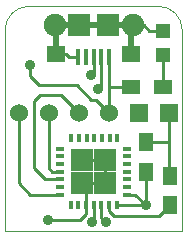
<source format=gtl>
G04 #@! TF.FileFunction,Copper,L1,Top,Signal*
%FSLAX46Y46*%
G04 Gerber Fmt 4.6, Leading zero omitted, Abs format (unit mm)*
G04 Created by KiCad (PCBNEW (2014-12-01 BZR 5309)-product) date Wed Dec  3 13:36:29 2014*
%MOMM*%
G01*
G04 APERTURE LIST*
%ADD10C,0.100000*%
%ADD11R,1.250000X1.500000*%
%ADD12R,0.406400X1.371600*%
%ADD13R,1.600200X1.422400*%
%ADD14R,1.905000X1.905000*%
%ADD15C,1.905000*%
%ADD16R,1.500000X1.300000*%
%ADD17R,0.350520X0.800100*%
%ADD18R,0.800100X0.350520*%
%ADD19R,1.899920X1.899920*%
%ADD20R,1.200000X1.200000*%
%ADD21R,1.524000X1.524000*%
%ADD22C,1.524000*%
%ADD23C,0.900000*%
%ADD24C,0.250000*%
%ADD25C,0.500000*%
G04 APERTURE END LIST*
D10*
X110000000Y-32000000D02*
X110000000Y-49000000D01*
X125000000Y-49000000D02*
X125000000Y-46000000D01*
X110000000Y-49000000D02*
X125000000Y-49000000D01*
X125000000Y-46000000D02*
X125000000Y-44000000D01*
X125000000Y-44000000D02*
X125000000Y-32000000D01*
X123000000Y-30000000D02*
X112000000Y-30000000D01*
X125000000Y-32000000D02*
G75*
G03X123000000Y-30000000I-2000000J0D01*
G01*
X112000000Y-30000000D02*
G75*
G03X110000000Y-32000000I0J-2000000D01*
G01*
D11*
X121925000Y-44000000D03*
X121925000Y-41500000D03*
X123925000Y-46850000D03*
X123925000Y-44350000D03*
D12*
X117500000Y-34250000D03*
X116849760Y-34250000D03*
X116199520Y-34250000D03*
X118150240Y-34250000D03*
X118800480Y-34250000D03*
D13*
X120675000Y-33996000D03*
X114325000Y-33996000D03*
D14*
X118706500Y-31583000D03*
X116293500Y-31583000D03*
D15*
X120802000Y-31583000D03*
X114198000Y-31583000D03*
D16*
X120650000Y-36800000D03*
X123350000Y-36800000D03*
D17*
X116199520Y-46849880D03*
X116849760Y-46849880D03*
X117500000Y-46849880D03*
X118150240Y-46849880D03*
D18*
X120352420Y-45950720D03*
X120352420Y-45300480D03*
X120352420Y-44650240D03*
X120352420Y-44000000D03*
X120352420Y-43349760D03*
X120352420Y-42699520D03*
X120352420Y-42049280D03*
D17*
X115549280Y-46849880D03*
D19*
X118449960Y-44949960D03*
X116550040Y-44949960D03*
X116550040Y-43050040D03*
X118449960Y-43050040D03*
D17*
X119501520Y-41147580D03*
X118851280Y-41147580D03*
X118201040Y-41147580D03*
X117500000Y-41147580D03*
X116900560Y-41147580D03*
X116250320Y-41147580D03*
X115600080Y-41147580D03*
D18*
X114650120Y-42049280D03*
X114650120Y-42699520D03*
X114650120Y-43349760D03*
X114650120Y-44000000D03*
X114650120Y-44650240D03*
X114650120Y-45300480D03*
X114650120Y-45950720D03*
D17*
X118800480Y-46849880D03*
X119450720Y-46849880D03*
D20*
X123400000Y-34150000D03*
X123400000Y-32050000D03*
D21*
X123850000Y-39000000D03*
X121310000Y-39000000D03*
D22*
X118770000Y-39000000D03*
X116230000Y-39000000D03*
X113690000Y-39000000D03*
X111150000Y-39000000D03*
D23*
X112100000Y-35000000D03*
X121925000Y-46850000D03*
X113675000Y-48050000D03*
X117350000Y-48275000D03*
X118525000Y-48275000D03*
X117900000Y-37000000D03*
X117300000Y-35800000D03*
D24*
X123400000Y-34150000D02*
X123400000Y-36750000D01*
X123400000Y-36750000D02*
X123350000Y-36800000D01*
X116100000Y-36700000D02*
X117300000Y-37900000D01*
X112100000Y-35000000D02*
X112100000Y-35900000D01*
X112900000Y-36700000D02*
X116100000Y-36700000D01*
X112100000Y-35900000D02*
X112900000Y-36700000D01*
X118770000Y-39000000D02*
X117670000Y-37900000D01*
X117300000Y-37900000D02*
X117670000Y-37900000D01*
X120650000Y-36800000D02*
X118800480Y-36800000D01*
X118800480Y-34250000D02*
X118800480Y-36800000D01*
X118800480Y-36800000D02*
X118800480Y-38969520D01*
X118800480Y-38969520D02*
X118770000Y-39000000D01*
X120352420Y-45950720D02*
X121025720Y-45950720D01*
X121025720Y-45950720D02*
X121925000Y-46850000D01*
X119450720Y-46849880D02*
X121924880Y-46849880D01*
X121924880Y-46849880D02*
X121925000Y-46850000D01*
X121925000Y-46850000D02*
X121925000Y-44000000D01*
X116550040Y-44949960D02*
X118449960Y-44949960D01*
X116849760Y-46849880D02*
X116849760Y-47550240D01*
X116849760Y-47550240D02*
X116350000Y-48050000D01*
X116350000Y-48050000D02*
X113675000Y-48050000D01*
X123850000Y-41500000D02*
X123850000Y-44275000D01*
X123850000Y-44275000D02*
X123925000Y-44350000D01*
X120802000Y-31583000D02*
X121758000Y-31583000D01*
X122225000Y-32050000D02*
X123400000Y-32050000D01*
X121758000Y-31583000D02*
X122225000Y-32050000D01*
X114325000Y-33996000D02*
X115196000Y-33996000D01*
X115450000Y-34250000D02*
X116199520Y-34250000D01*
X115196000Y-33996000D02*
X115450000Y-34250000D01*
X116849760Y-46849880D02*
X116849760Y-45249680D01*
X116849760Y-45249680D02*
X116550040Y-44949960D01*
X118449960Y-44949960D02*
X118449960Y-43050040D01*
X116550040Y-43050040D02*
X118449960Y-43050040D01*
X121925000Y-41500000D02*
X123850000Y-41500000D01*
X123850000Y-41500000D02*
X123850000Y-39000000D01*
D25*
X114325000Y-33996000D02*
X114325000Y-31710000D01*
X114325000Y-31710000D02*
X114198000Y-31583000D01*
X116293500Y-31583000D02*
X114198000Y-31583000D01*
X118706500Y-31583000D02*
X116293500Y-31583000D01*
X118706500Y-31583000D02*
X120802000Y-31583000D01*
X120675000Y-33996000D02*
X120675000Y-31710000D01*
X120675000Y-31710000D02*
X120802000Y-31583000D01*
D24*
X119200000Y-47725000D02*
X123050000Y-47725000D01*
X123050000Y-47725000D02*
X123925000Y-46850000D01*
X118800480Y-46849880D02*
X118800480Y-47325480D01*
X118800480Y-47325480D02*
X119200000Y-47725000D01*
X114650120Y-44650240D02*
X113375240Y-44650240D01*
X114705000Y-37475000D02*
X116230000Y-39000000D01*
X112950000Y-37475000D02*
X114705000Y-37475000D01*
X112425000Y-38000000D02*
X112950000Y-37475000D01*
X112425000Y-43700000D02*
X112425000Y-38000000D01*
X113375240Y-44650240D02*
X112425000Y-43700000D01*
X113690000Y-39000000D02*
X113690000Y-43690000D01*
X114000000Y-44000000D02*
X114650120Y-44000000D01*
X113690000Y-43690000D02*
X114000000Y-44000000D01*
X114649400Y-45950000D02*
X114650120Y-45950720D01*
X112150720Y-45950720D02*
X111150000Y-44950000D01*
X111150000Y-44950000D02*
X111150000Y-39000000D01*
X114650120Y-45950720D02*
X112150720Y-45950720D01*
X117500000Y-48125000D02*
X117350000Y-48275000D01*
X117500000Y-46849880D02*
X117500000Y-48125000D01*
X118150240Y-46849880D02*
X118150240Y-47900240D01*
X118150240Y-47900240D02*
X118525000Y-48275000D01*
X118150240Y-34250000D02*
X118150240Y-36749760D01*
X118150240Y-36749760D02*
X117900000Y-37000000D01*
X117500000Y-34250000D02*
X117500000Y-35600000D01*
X117500000Y-35600000D02*
X117300000Y-35800000D01*
M02*

</source>
